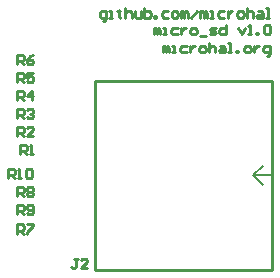
<source format=gto>
G04 Layer_Color=15132400*
%FSLAX25Y25*%
%MOIN*%
G70*
G01*
G75*
%ADD15C,0.01000*%
%ADD22C,0.00787*%
D15*
X152004Y388504D02*
Y451496D01*
X211059Y388504D02*
Y451496D01*
X152004D02*
X211059D01*
X152004Y388504D02*
X211059D01*
X146133Y392199D02*
X145066D01*
X145599D01*
Y389533D01*
X145066Y389000D01*
X144533D01*
X144000Y389533D01*
X149332Y389000D02*
X147199D01*
X149332Y391133D01*
Y391666D01*
X148799Y392199D01*
X147732D01*
X147199Y391666D01*
X127000Y427000D02*
Y430199D01*
X128600D01*
X129133Y429666D01*
Y428600D01*
X128600Y428066D01*
X127000D01*
X128066D02*
X129133Y427000D01*
X130199D02*
X131265D01*
X130732D01*
Y430199D01*
X130199Y429666D01*
X126000Y433000D02*
Y436199D01*
X127600D01*
X128133Y435666D01*
Y434599D01*
X127600Y434066D01*
X126000D01*
X127066D02*
X128133Y433000D01*
X131332D02*
X129199D01*
X131332Y435133D01*
Y435666D01*
X130798Y436199D01*
X129732D01*
X129199Y435666D01*
X126000Y439000D02*
Y442199D01*
X127600D01*
X128133Y441666D01*
Y440599D01*
X127600Y440066D01*
X126000D01*
X127066D02*
X128133Y439000D01*
X129199Y441666D02*
X129732Y442199D01*
X130798D01*
X131332Y441666D01*
Y441133D01*
X130798Y440599D01*
X130265D01*
X130798D01*
X131332Y440066D01*
Y439533D01*
X130798Y439000D01*
X129732D01*
X129199Y439533D01*
X126000Y445000D02*
Y448199D01*
X127600D01*
X128133Y447666D01*
Y446599D01*
X127600Y446066D01*
X126000D01*
X127066D02*
X128133Y445000D01*
X130798D02*
Y448199D01*
X129199Y446599D01*
X131332D01*
X126000Y451000D02*
Y454199D01*
X127600D01*
X128133Y453666D01*
Y452599D01*
X127600Y452066D01*
X126000D01*
X127066D02*
X128133Y451000D01*
X131332Y454199D02*
X129199D01*
Y452599D01*
X130265Y453133D01*
X130798D01*
X131332Y452599D01*
Y451533D01*
X130798Y451000D01*
X129732D01*
X129199Y451533D01*
X126000Y457000D02*
Y460199D01*
X127600D01*
X128133Y459666D01*
Y458600D01*
X127600Y458066D01*
X126000D01*
X127066D02*
X128133Y457000D01*
X131332Y460199D02*
X130265Y459666D01*
X129199Y458600D01*
Y457533D01*
X129732Y457000D01*
X130798D01*
X131332Y457533D01*
Y458066D01*
X130798Y458600D01*
X129199D01*
X126000Y400500D02*
Y403699D01*
X127600D01*
X128133Y403166D01*
Y402100D01*
X127600Y401566D01*
X126000D01*
X127066D02*
X128133Y400500D01*
X129199Y403699D02*
X131332D01*
Y403166D01*
X129199Y401033D01*
Y400500D01*
X126000Y413000D02*
Y416199D01*
X127600D01*
X128133Y415666D01*
Y414600D01*
X127600Y414066D01*
X126000D01*
X127066D02*
X128133Y413000D01*
X129199Y415666D02*
X129732Y416199D01*
X130798D01*
X131332Y415666D01*
Y415133D01*
X130798Y414600D01*
X131332Y414066D01*
Y413533D01*
X130798Y413000D01*
X129732D01*
X129199Y413533D01*
Y414066D01*
X129732Y414600D01*
X129199Y415133D01*
Y415666D01*
X129732Y414600D02*
X130798D01*
X126000Y407000D02*
Y410199D01*
X127600D01*
X128133Y409666D01*
Y408600D01*
X127600Y408066D01*
X126000D01*
X127066D02*
X128133Y407000D01*
X129199Y407533D02*
X129732Y407000D01*
X130798D01*
X131332Y407533D01*
Y409666D01*
X130798Y410199D01*
X129732D01*
X129199Y409666D01*
Y409133D01*
X129732Y408600D01*
X131332D01*
X123000Y419000D02*
Y422199D01*
X124600D01*
X125133Y421666D01*
Y420600D01*
X124600Y420066D01*
X123000D01*
X124066D02*
X125133Y419000D01*
X126199D02*
X127265D01*
X126732D01*
Y422199D01*
X126199Y421666D01*
X128865D02*
X129398Y422199D01*
X130464D01*
X130997Y421666D01*
Y419533D01*
X130464Y419000D01*
X129398D01*
X128865Y419533D01*
Y421666D01*
X171500Y467000D02*
Y469133D01*
X172033D01*
X172566Y468600D01*
Y467000D01*
Y468600D01*
X173100Y469133D01*
X173633Y468600D01*
Y467000D01*
X174699D02*
X175765D01*
X175232D01*
Y469133D01*
X174699D01*
X179497D02*
X177898D01*
X177365Y468600D01*
Y467533D01*
X177898Y467000D01*
X179497D01*
X180564Y469133D02*
Y467000D01*
Y468066D01*
X181097Y468600D01*
X181630Y469133D01*
X182163D01*
X184296Y467000D02*
X185362D01*
X185895Y467533D01*
Y468600D01*
X185362Y469133D01*
X184296D01*
X183763Y468600D01*
Y467533D01*
X184296Y467000D01*
X186962Y466467D02*
X189094D01*
X190161Y467000D02*
X191760D01*
X192293Y467533D01*
X191760Y468066D01*
X190694D01*
X190161Y468600D01*
X190694Y469133D01*
X192293D01*
X195492Y470199D02*
Y467000D01*
X193893D01*
X193360Y467533D01*
Y468600D01*
X193893Y469133D01*
X195492D01*
X199758D02*
X200824Y467000D01*
X201890Y469133D01*
X202957Y467000D02*
X204023D01*
X203490D01*
Y470199D01*
X202957Y469666D01*
X205622Y467000D02*
Y467533D01*
X206155D01*
Y467000D01*
X205622D01*
X208288Y469666D02*
X208821Y470199D01*
X209888D01*
X210421Y469666D01*
Y467533D01*
X209888Y467000D01*
X208821D01*
X208288Y467533D01*
Y469666D01*
X154566Y471434D02*
X155099D01*
X155633Y471967D01*
Y474633D01*
X154033D01*
X153500Y474099D01*
Y473033D01*
X154033Y472500D01*
X155633D01*
X156699D02*
X157765D01*
X157232D01*
Y474633D01*
X156699D01*
X159898Y475166D02*
Y474633D01*
X159365D01*
X160431D01*
X159898D01*
Y473033D01*
X160431Y472500D01*
X162031Y475699D02*
Y472500D01*
Y474099D01*
X162564Y474633D01*
X163630D01*
X164163Y474099D01*
Y472500D01*
X165229Y474633D02*
Y473033D01*
X165763Y472500D01*
X167362D01*
Y474633D01*
X168429Y475699D02*
Y472500D01*
X170028D01*
X170561Y473033D01*
Y473566D01*
Y474099D01*
X170028Y474633D01*
X168429D01*
X171627Y472500D02*
Y473033D01*
X172161D01*
Y472500D01*
X171627D01*
X176426Y474633D02*
X174826D01*
X174293Y474099D01*
Y473033D01*
X174826Y472500D01*
X176426D01*
X178025D02*
X179092D01*
X179625Y473033D01*
Y474099D01*
X179092Y474633D01*
X178025D01*
X177492Y474099D01*
Y473033D01*
X178025Y472500D01*
X180691D02*
Y474633D01*
X181224D01*
X181757Y474099D01*
Y472500D01*
Y474099D01*
X182291Y474633D01*
X182824Y474099D01*
Y472500D01*
X183890D02*
X186023Y474633D01*
X187089Y472500D02*
Y474633D01*
X187622D01*
X188155Y474099D01*
Y472500D01*
Y474099D01*
X188689Y474633D01*
X189222Y474099D01*
Y472500D01*
X190288D02*
X191354D01*
X190821D01*
Y474633D01*
X190288D01*
X195087D02*
X193487D01*
X192954Y474099D01*
Y473033D01*
X193487Y472500D01*
X195087D01*
X196153Y474633D02*
Y472500D01*
Y473566D01*
X196686Y474099D01*
X197219Y474633D01*
X197752D01*
X199885Y472500D02*
X200951D01*
X201484Y473033D01*
Y474099D01*
X200951Y474633D01*
X199885D01*
X199352Y474099D01*
Y473033D01*
X199885Y472500D01*
X202551Y475699D02*
Y472500D01*
Y474099D01*
X203084Y474633D01*
X204150D01*
X204683Y474099D01*
Y472500D01*
X206283Y474633D02*
X207349D01*
X207882Y474099D01*
Y472500D01*
X206283D01*
X205750Y473033D01*
X206283Y473566D01*
X207882D01*
X208949Y472500D02*
X210015D01*
X209482D01*
Y475699D01*
X208949D01*
X174500Y461000D02*
Y463133D01*
X175033D01*
X175566Y462600D01*
Y461000D01*
Y462600D01*
X176100Y463133D01*
X176633Y462600D01*
Y461000D01*
X177699D02*
X178765D01*
X178232D01*
Y463133D01*
X177699D01*
X182497D02*
X180898D01*
X180365Y462600D01*
Y461533D01*
X180898Y461000D01*
X182497D01*
X183564Y463133D02*
Y461000D01*
Y462066D01*
X184097Y462600D01*
X184630Y463133D01*
X185163D01*
X187296Y461000D02*
X188362D01*
X188895Y461533D01*
Y462600D01*
X188362Y463133D01*
X187296D01*
X186763Y462600D01*
Y461533D01*
X187296Y461000D01*
X189962Y464199D02*
Y461000D01*
Y462600D01*
X190495Y463133D01*
X191561D01*
X192094Y462600D01*
Y461000D01*
X193694Y463133D02*
X194760D01*
X195293Y462600D01*
Y461000D01*
X193694D01*
X193161Y461533D01*
X193694Y462066D01*
X195293D01*
X196360Y461000D02*
X197426D01*
X196893D01*
Y464199D01*
X196360D01*
X199025Y461000D02*
Y461533D01*
X199559D01*
Y461000D01*
X199025D01*
X202224D02*
X203291D01*
X203824Y461533D01*
Y462600D01*
X203291Y463133D01*
X202224D01*
X201691Y462600D01*
Y461533D01*
X202224Y461000D01*
X204890Y463133D02*
Y461000D01*
Y462066D01*
X205423Y462600D01*
X205957Y463133D01*
X206490D01*
X209156Y459934D02*
X209689D01*
X210222Y460467D01*
Y463133D01*
X208622D01*
X208089Y462600D01*
Y461533D01*
X208622Y461000D01*
X210222D01*
D22*
X204760Y420000D02*
X207909Y416850D01*
X204760Y420000D02*
X207909Y423150D01*
X204760Y420000D02*
X210665D01*
M02*

</source>
